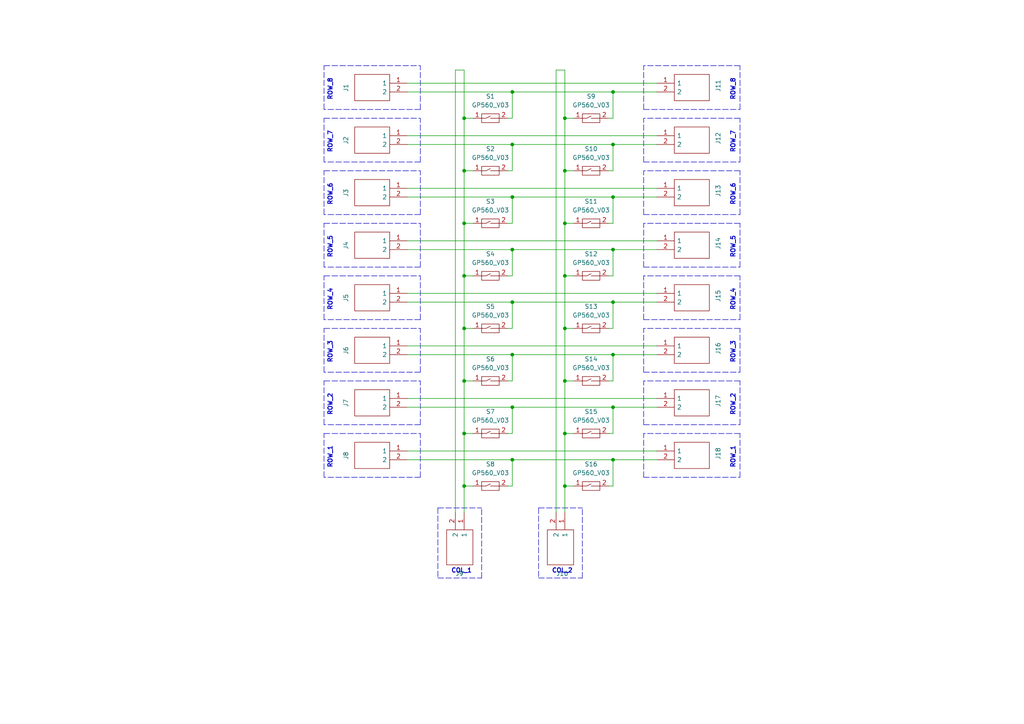
<source format=kicad_sch>
(kicad_sch (version 20211123) (generator eeschema)
  (paper "A4")
  (title_block (title "Sensor Board 2x8: Top Level Schematic") (rev "1") (company "The Great Gambit") (comment 1 "One of four strips that can be jumped between to make a full board."))
  (lib_symbols
    (symbol "GP560_V03_1"
      (property "Reference" "S" (at 0 0 0))
      (property "Value" "GP560_V03_1" (at 0 0 0))
      (symbol "GP560_V03_1_0_1"
        (rectangle (start -2.54 5.08) (end 2.54 2.54))
        (polyline (pts (xy 0 3.81) (xy 2.54 3.81)))
        (polyline (pts (xy -2.54 3.81) (xy -1.27 3.81) (xy 0 4.445)))
      )
      (symbol "GP560_V03_1_1_1"
        (pin passive line (at -5.08 3.81 0) (length 2.54) (name "") (number "1"))
        (pin passive line (at 5.08 3.81 180) (length 2.54) (name "") (number "2"))
      )
    )
    (symbol "GP560_V03_11"
      (property "Reference" "S" (at 0 0 0))
      (property "Value" "GP560_V03_11" (at 0 0 0))
      (symbol "GP560_V03_11_0_1"
        (rectangle (start -2.54 5.08) (end 2.54 2.54))
        (polyline (pts (xy 0 3.81) (xy 2.54 3.81)))
        (polyline (pts (xy -2.54 3.81) (xy -1.27 3.81) (xy 0 4.445)))
      )
      (symbol "GP560_V03_11_1_1"
        (pin passive line (at -5.08 3.81 0) (length 2.54) (name "") (number "1"))
        (pin passive line (at 5.08 3.81 180) (length 2.54) (name "") (number "2"))
      )
    )
    (symbol "GP560_V03_19"
      (property "Reference" "S" (at 0 0 0))
      (property "Value" "GP560_V03_19" (at 0 0 0))
      (symbol "GP560_V03_19_0_1"
        (rectangle (start -2.54 5.08) (end 2.54 2.54))
        (polyline (pts (xy 0 3.81) (xy 2.54 3.81)))
        (polyline (pts (xy -2.54 3.81) (xy -1.27 3.81) (xy 0 4.445)))
      )
      (symbol "GP560_V03_19_1_1"
        (pin passive line (at -5.08 3.81 0) (length 2.54) (name "") (number "1"))
        (pin passive line (at 5.08 3.81 180) (length 2.54) (name "") (number "2"))
      )
    )
    (symbol "GP560_V03_21"
      (property "Reference" "S" (at 0 0 0))
      (property "Value" "GP560_V03_21" (at 0 0 0))
      (symbol "GP560_V03_21_0_1"
        (rectangle (start -2.54 5.08) (end 2.54 2.54))
        (polyline (pts (xy 0 3.81) (xy 2.54 3.81)))
        (polyline (pts (xy -2.54 3.81) (xy -1.27 3.81) (xy 0 4.445)))
      )
      (symbol "GP560_V03_21_1_1"
        (pin passive line (at -5.08 3.81 0) (length 2.54) (name "") (number "1"))
        (pin passive line (at 5.08 3.81 180) (length 2.54) (name "") (number "2"))
      )
    )
    (symbol "GP560_V03_22"
      (property "Reference" "S" (at 0 0 0))
      (property "Value" "GP560_V03_22" (at 0 0 0))
      (symbol "GP560_V03_22_0_1"
        (rectangle (start -2.54 5.08) (end 2.54 2.54))
        (polyline (pts (xy 0 3.81) (xy 2.54 3.81)))
        (polyline (pts (xy -2.54 3.81) (xy -1.27 3.81) (xy 0 4.445)))
      )
      (symbol "GP560_V03_22_1_1"
        (pin passive line (at -5.08 3.81 0) (length 2.54) (name "") (number "1"))
        (pin passive line (at 5.08 3.81 180) (length 2.54) (name "") (number "2"))
      )
    )
    (symbol "GP560_V03_37"
      (property "Reference" "S" (at 0 0 0))
      (property "Value" "GP560_V03_37" (at 0 0 0))
      (symbol "GP560_V03_37_0_1"
        (rectangle (start -2.54 5.08) (end 2.54 2.54))
        (polyline (pts (xy 0 3.81) (xy 2.54 3.81)))
        (polyline (pts (xy -2.54 3.81) (xy -1.27 3.81) (xy 0 4.445)))
      )
      (symbol "GP560_V03_37_1_1"
        (pin passive line (at -5.08 3.81 0) (length 2.54) (name "") (number "1"))
        (pin passive line (at 5.08 3.81 180) (length 2.54) (name "") (number "2"))
      )
    )
    (symbol "GP560_V03_4"
      (property "Reference" "S" (at 0 0 0))
      (property "Value" "GP560_V03_4" (at 0 0 0))
      (symbol "GP560_V03_4_0_1"
        (rectangle (start -2.54 5.08) (end 2.54 2.54))
        (polyline (pts (xy 0 3.81) (xy 2.54 3.81)))
        (polyline (pts (xy -2.54 3.81) (xy -1.27 3.81) (xy 0 4.445)))
      )
      (symbol "GP560_V03_4_1_1"
        (pin passive line (at -5.08 3.81 0) (length 2.54) (name "") (number "1"))
        (pin passive line (at 5.08 3.81 180) (length 2.54) (name "") (number "2"))
      )
    )
    (symbol "GP560_V03_40"
      (property "Reference" "S" (at 0 0 0))
      (property "Value" "GP560_V03_40" (at 0 0 0))
      (symbol "GP560_V03_40_0_1"
        (rectangle (start -2.54 5.08) (end 2.54 2.54))
        (polyline (pts (xy 0 3.81) (xy 2.54 3.81)))
        (polyline (pts (xy -2.54 3.81) (xy -1.27 3.81) (xy 0 4.445)))
      )
      (symbol "GP560_V03_40_1_1"
        (pin passive line (at -5.08 3.81 0) (length 2.54) (name "") (number "1"))
        (pin passive line (at 5.08 3.81 180) (length 2.54) (name "") (number "2"))
      )
    )
    (symbol "OQ0212500000G:OQ0212500000G" (pin_names (offset 0.762))
      (property "Reference" "J" (at 16.51 7.62 0))
      (property "Value" "OQ0212500000G" (at 16.51 5.08 0))
      (symbol "OQ0212500000G_0_0"
        (pin passive line (at 0 0 0) (length 5.08) (name "1") (number "1"))
        (pin passive line (at 0 -2.54 0) (length 5.08) (name "2") (number "2"))
      )
      (symbol "OQ0212500000G_0_1"
        (polyline (pts (xy 5.08 2.54) (xy 15.24 2.54) (xy 15.24 -5.08) (xy 5.08 -5.08) (xy 5.08 2.54)) (stroke (width 0.1524)))
      )
    )
  )
  (junction (at 134.62 34.29))
  (junction (at 163.83 110.49))
  (junction (at 177.8 87.63))
  (junction (at 148.59 102.87))
  (junction (at 177.8 72.39))
  (junction (at 134.62 49.53))
  (junction (at 163.83 95.25))
  (junction (at 177.8 57.15))
  (junction (at 134.62 110.49))
  (junction (at 134.62 80.01))
  (junction (at 163.83 125.73))
  (junction (at 134.62 125.73))
  (junction (at 134.62 64.77))
  (junction (at 148.59 26.67))
  (junction (at 148.59 133.35))
  (junction (at 148.59 87.63))
  (junction (at 177.8 118.11))
  (junction (at 148.59 41.91))
  (junction (at 177.8 26.67))
  (junction (at 163.83 49.53))
  (junction (at 148.59 118.11))
  (junction (at 163.83 140.97))
  (junction (at 148.59 57.15))
  (junction (at 177.8 133.35))
  (junction (at 148.59 72.39))
  (junction (at 163.83 80.01))
  (junction (at 177.8 41.91))
  (junction (at 163.83 34.29))
  (junction (at 177.8 102.87))
  (junction (at 134.62 140.97))
  (junction (at 163.83 64.77))
  (junction (at 134.62 95.25))
  (polyline (pts (xy 186.69 62.23) (xy 186.69 49.53)))
  (wire (pts (xy 177.8 95.25) (xy 176.53 95.25)))
  (polyline (pts (xy 93.98 31.75) (xy 93.98 19.05)))
  (polyline (pts (xy 186.69 92.71) (xy 186.69 80.01)))
  (wire (pts (xy 134.62 95.25) (xy 134.62 110.49)))
  (polyline (pts (xy 186.69 62.23) (xy 214.63 62.23)))
  (polyline (pts (xy 127 147.32) (xy 127 167.64)))
  (wire (pts (xy 118.11 26.67) (xy 148.59 26.67)))
  (wire (pts (xy 148.59 26.67) (xy 177.8 26.67)))
  (wire (pts (xy 118.11 69.85) (xy 190.5 69.85)))
  (wire (pts (xy 163.83 125.73) (xy 163.83 140.97)))
  (polyline (pts (xy 139.7 167.64) (xy 139.7 147.32)))
  (wire (pts (xy 177.8 26.67) (xy 190.5 26.67)))
  (polyline (pts (xy 214.63 46.99) (xy 214.63 34.29)))
  (polyline (pts (xy 121.92 138.43) (xy 93.98 138.43)))
  (wire (pts (xy 132.08 20.32) (xy 134.62 20.32)))
  (wire (pts (xy 177.8 26.67) (xy 177.8 34.29)))
  (wire (pts (xy 134.62 64.77) (xy 134.62 80.01)))
  (wire (pts (xy 132.08 20.32) (xy 132.08 148.59)))
  (polyline (pts (xy 121.92 107.95) (xy 93.98 107.95)))
  (polyline (pts (xy 214.63 49.53) (xy 186.69 49.53)))
  (polyline (pts (xy 121.92 31.75) (xy 93.98 31.75)))
  (polyline (pts (xy 186.69 138.43) (xy 186.69 125.73)))
  (wire (pts (xy 163.83 34.29) (xy 163.83 49.53)))
  (polyline (pts (xy 121.92 46.99) (xy 121.92 34.29)))
  (polyline (pts (xy 214.63 123.19) (xy 214.63 110.49)))
  (wire (pts (xy 163.83 140.97) (xy 163.83 148.59)))
  (polyline (pts (xy 214.63 92.71) (xy 214.63 80.01)))
  (polyline (pts (xy 93.98 123.19) (xy 93.98 110.49)))
  (polyline (pts (xy 156.21 147.32) (xy 156.21 167.64)))
  (wire (pts (xy 177.8 34.29) (xy 176.53 34.29)))
  (wire (pts (xy 148.59 118.11) (xy 177.8 118.11)))
  (wire (pts (xy 177.8 41.91) (xy 177.8 49.53)))
  (wire (pts (xy 148.59 133.35) (xy 148.59 140.97)))
  (polyline (pts (xy 121.92 62.23) (xy 93.98 62.23)))
  (wire (pts (xy 177.8 72.39) (xy 177.8 80.01)))
  (wire (pts (xy 118.11 72.39) (xy 148.59 72.39)))
  (wire (pts (xy 148.59 49.53) (xy 147.32 49.53)))
  (wire (pts (xy 148.59 41.91) (xy 177.8 41.91)))
  (wire (pts (xy 148.59 72.39) (xy 148.59 80.01)))
  (wire (pts (xy 163.83 64.77) (xy 166.37 64.77)))
  (wire (pts (xy 148.59 80.01) (xy 147.32 80.01)))
  (wire (pts (xy 134.62 110.49) (xy 137.16 110.49)))
  (wire (pts (xy 177.8 57.15) (xy 190.5 57.15)))
  (polyline (pts (xy 121.92 77.47) (xy 121.92 64.77)))
  (polyline (pts (xy 214.63 64.77) (xy 186.69 64.77)))
  (wire (pts (xy 118.11 41.91) (xy 148.59 41.91)))
  (polyline (pts (xy 186.69 123.19) (xy 186.69 110.49)))
  (wire (pts (xy 163.83 110.49) (xy 163.83 125.73)))
  (wire (pts (xy 148.59 102.87) (xy 148.59 110.49)))
  (polyline (pts (xy 214.63 138.43) (xy 214.63 125.73)))
  (wire (pts (xy 177.8 72.39) (xy 190.5 72.39)))
  (wire (pts (xy 163.83 80.01) (xy 163.83 95.25)))
  (polyline (pts (xy 156.21 147.32) (xy 168.91 147.32)))
  (polyline (pts (xy 127 167.64) (xy 139.7 167.64)))
  (wire (pts (xy 118.11 57.15) (xy 148.59 57.15)))
  (wire (pts (xy 148.59 133.35) (xy 177.8 133.35)))
  (wire (pts (xy 134.62 64.77) (xy 137.16 64.77)))
  (wire (pts (xy 134.62 80.01) (xy 137.16 80.01)))
  (polyline (pts (xy 121.92 31.75) (xy 121.92 19.05)))
  (wire (pts (xy 134.62 49.53) (xy 134.62 64.77)))
  (wire (pts (xy 177.8 49.53) (xy 176.53 49.53)))
  (polyline (pts (xy 93.98 138.43) (xy 93.98 125.73)))
  (wire (pts (xy 177.8 87.63) (xy 177.8 95.25)))
  (polyline (pts (xy 186.69 31.75) (xy 186.69 19.05)))
  (wire (pts (xy 148.59 87.63) (xy 148.59 95.25)))
  (wire (pts (xy 163.83 95.25) (xy 163.83 110.49)))
  (wire (pts (xy 118.11 39.37) (xy 190.5 39.37)))
  (polyline (pts (xy 121.92 77.47) (xy 93.98 77.47)))
  (polyline (pts (xy 186.69 123.19) (xy 214.63 123.19)))
  (wire (pts (xy 177.8 41.91) (xy 190.5 41.91)))
  (wire (pts (xy 161.29 20.32) (xy 163.83 20.32)))
  (wire (pts (xy 134.62 95.25) (xy 137.16 95.25)))
  (wire (pts (xy 134.62 49.53) (xy 137.16 49.53)))
  (polyline (pts (xy 93.98 49.53) (xy 121.92 49.53)))
  (polyline (pts (xy 93.98 110.49) (xy 121.92 110.49)))
  (wire (pts (xy 118.11 85.09) (xy 190.5 85.09)))
  (wire (pts (xy 118.11 100.33) (xy 190.5 100.33)))
  (wire (pts (xy 118.11 130.81) (xy 190.5 130.81)))
  (wire (pts (xy 177.8 140.97) (xy 176.53 140.97)))
  (polyline (pts (xy 93.98 95.25) (xy 121.92 95.25)))
  (wire (pts (xy 177.8 64.77) (xy 176.53 64.77)))
  (polyline (pts (xy 186.69 77.47) (xy 214.63 77.47)))
  (wire (pts (xy 177.8 57.15) (xy 177.8 64.77)))
  (wire (pts (xy 177.8 102.87) (xy 190.5 102.87)))
  (wire (pts (xy 177.8 133.35) (xy 177.8 140.97)))
  (polyline (pts (xy 214.63 77.47) (xy 214.63 64.77)))
  (polyline (pts (xy 214.63 107.95) (xy 214.63 95.25)))
  (wire (pts (xy 148.59 57.15) (xy 148.59 64.77)))
  (wire (pts (xy 148.59 57.15) (xy 177.8 57.15)))
  (wire (pts (xy 177.8 87.63) (xy 190.5 87.63)))
  (polyline (pts (xy 93.98 125.73) (xy 121.92 125.73)))
  (polyline (pts (xy 214.63 80.01) (xy 186.69 80.01)))
  (wire (pts (xy 163.83 80.01) (xy 166.37 80.01)))
  (wire (pts (xy 177.8 118.11) (xy 190.5 118.11)))
  (polyline (pts (xy 214.63 19.05) (xy 186.69 19.05)))
  (wire (pts (xy 148.59 110.49) (xy 147.32 110.49)))
  (wire (pts (xy 177.8 80.01) (xy 176.53 80.01)))
  (polyline (pts (xy 121.92 62.23) (xy 121.92 49.53)))
  (polyline (pts (xy 121.92 107.95) (xy 121.92 95.25)))
  (polyline (pts (xy 93.98 107.95) (xy 93.98 95.25)))
  (polyline (pts (xy 214.63 95.25) (xy 186.69 95.25)))
  (polyline (pts (xy 186.69 77.47) (xy 186.69 64.77)))
  (wire (pts (xy 134.62 125.73) (xy 134.62 140.97)))
  (polyline (pts (xy 121.92 138.43) (xy 121.92 125.73)))
  (wire (pts (xy 177.8 102.87) (xy 177.8 110.49)))
  (wire (pts (xy 177.8 118.11) (xy 177.8 125.73)))
  (polyline (pts (xy 121.92 123.19) (xy 93.98 123.19)))
  (polyline (pts (xy 93.98 46.99) (xy 93.98 34.29)))
  (polyline (pts (xy 93.98 62.23) (xy 93.98 49.53)))
  (polyline (pts (xy 93.98 34.29) (xy 121.92 34.29)))
  (wire (pts (xy 118.11 118.11) (xy 148.59 118.11)))
  (polyline (pts (xy 121.92 46.99) (xy 93.98 46.99)))
  (wire (pts (xy 148.59 72.39) (xy 177.8 72.39)))
  (polyline (pts (xy 186.69 107.95) (xy 186.69 95.25)))
  (polyline (pts (xy 186.69 46.99) (xy 214.63 46.99)))
  (wire (pts (xy 134.62 125.73) (xy 137.16 125.73)))
  (polyline (pts (xy 168.91 167.64) (xy 168.91 147.32)))
  (polyline (pts (xy 214.63 62.23) (xy 214.63 49.53)))
  (polyline (pts (xy 214.63 31.75) (xy 214.63 19.05)))
  (wire (pts (xy 163.83 110.49) (xy 166.37 110.49)))
  (wire (pts (xy 148.59 102.87) (xy 177.8 102.87)))
  (wire (pts (xy 134.62 20.32) (xy 134.62 34.29)))
  (polyline (pts (xy 93.98 19.05) (xy 121.92 19.05)))
  (polyline (pts (xy 186.69 92.71) (xy 214.63 92.71)))
  (wire (pts (xy 148.59 140.97) (xy 147.32 140.97)))
  (polyline (pts (xy 186.69 138.43) (xy 214.63 138.43)))
  (wire (pts (xy 166.37 140.97) (xy 163.83 140.97)))
  (polyline (pts (xy 186.69 107.95) (xy 214.63 107.95)))
  (polyline (pts (xy 93.98 64.77) (xy 121.92 64.77)))
  (polyline (pts (xy 121.92 92.71) (xy 93.98 92.71)))
  (wire (pts (xy 134.62 110.49) (xy 134.62 125.73)))
  (wire (pts (xy 148.59 41.91) (xy 148.59 49.53)))
  (wire (pts (xy 163.83 95.25) (xy 166.37 95.25)))
  (wire (pts (xy 118.11 102.87) (xy 148.59 102.87)))
  (wire (pts (xy 118.11 87.63) (xy 148.59 87.63)))
  (wire (pts (xy 177.8 133.35) (xy 190.5 133.35)))
  (wire (pts (xy 148.59 95.25) (xy 147.32 95.25)))
  (wire (pts (xy 177.8 125.73) (xy 176.53 125.73)))
  (wire (pts (xy 118.11 133.35) (xy 148.59 133.35)))
  (wire (pts (xy 134.62 140.97) (xy 134.62 148.59)))
  (wire (pts (xy 148.59 34.29) (xy 147.32 34.29)))
  (polyline (pts (xy 214.63 110.49) (xy 186.69 110.49)))
  (wire (pts (xy 137.16 140.97) (xy 134.62 140.97)))
  (wire (pts (xy 163.83 49.53) (xy 166.37 49.53)))
  (wire (pts (xy 118.11 115.57) (xy 190.5 115.57)))
  (wire (pts (xy 148.59 118.11) (xy 148.59 125.73)))
  (wire (pts (xy 163.83 34.29) (xy 166.37 34.29)))
  (wire (pts (xy 148.59 125.73) (xy 147.32 125.73)))
  (polyline (pts (xy 93.98 92.71) (xy 93.98 80.01)))
  (polyline (pts (xy 214.63 125.73) (xy 186.69 125.73)))
  (polyline (pts (xy 93.98 80.01) (xy 121.92 80.01)))
  (wire (pts (xy 163.83 20.32) (xy 163.83 34.29)))
  (wire (pts (xy 161.29 148.59) (xy 161.29 20.32)))
  (polyline (pts (xy 156.21 167.64) (xy 168.91 167.64)))
  (wire (pts (xy 177.8 110.49) (xy 176.53 110.49)))
  (wire (pts (xy 148.59 87.63) (xy 177.8 87.63)))
  (polyline (pts (xy 93.98 77.47) (xy 93.98 64.77)))
  (wire (pts (xy 118.11 54.61) (xy 190.5 54.61)))
  (wire (pts (xy 163.83 125.73) (xy 166.37 125.73)))
  (polyline (pts (xy 127 147.32) (xy 139.7 147.32)))
  (wire (pts (xy 148.59 26.67) (xy 148.59 34.29)))
  (wire (pts (xy 134.62 34.29) (xy 137.16 34.29)))
  (wire (pts (xy 148.59 64.77) (xy 147.32 64.77)))
  (wire (pts (xy 163.83 64.77) (xy 163.83 80.01)))
  (polyline (pts (xy 186.69 46.99) (xy 186.69 34.29)))
  (wire (pts (xy 134.62 80.01) (xy 134.62 95.25)))
  (wire (pts (xy 118.11 24.13) (xy 190.5 24.13)))
  (polyline (pts (xy 214.63 34.29) (xy 186.69 34.29)))
  (wire (pts (xy 163.83 49.53) (xy 163.83 64.77)))
  (polyline (pts (xy 186.69 31.75) (xy 214.63 31.75)))
  (wire (pts (xy 134.62 34.29) (xy 134.62 49.53)))
  (polyline (pts (xy 121.92 123.19) (xy 121.92 110.49)))
  (polyline (pts (xy 121.92 92.71) (xy 121.92 80.01)))
  (text "COL_2" (at 160.02 166.37 0) (effects (font (size 1.27 1.27) (thickness 0.254) bold) (justify left bottom)))
  (text "ROW_4" (at 96.52 90.17 90) (effects (font (size 1.27 1.27) (thickness 0.254) bold) (justify left bottom)))
  (text "ROW_8" (at 213.36 29.21 90) (effects (font (size 1.27 1.27) (thickness 0.254) bold) (justify left bottom)))
  (text "ROW_3" (at 96.52 105.41 90) (effects (font (size 1.27 1.27) (thickness 0.254) bold) (justify left bottom)))
  (text "COL_1" (at 130.81 166.37 0) (effects (font (size 1.27 1.27) (thickness 0.254) bold) (justify left bottom)))
  (text "ROW_7" (at 213.36 44.45 90) (effects (font (size 1.27 1.27) (thickness 0.254) bold) (justify left bottom)))
  (text "ROW_1" (at 213.36 135.89 90) (effects (font (size 1.27 1.27) (thickness 0.254) bold) (justify left bottom)))
  (text "ROW_8" (at 96.52 29.21 90) (effects (font (size 1.27 1.27) (thickness 0.254) bold) (justify left bottom)))
  (text "ROW_6" (at 96.52 59.69 90) (effects (font (size 1.27 1.27) (thickness 0.254) bold) (justify left bottom)))
  (text "ROW_5" (at 96.52 74.93 90) (effects (font (size 1.27 1.27) (thickness 0.254) bold) (justify left bottom)))
  (text "ROW_6" (at 213.36 59.69 90) (effects (font (size 1.27 1.27) (thickness 0.254) bold) (justify left bottom)))
  (text "ROW_7" (at 96.52 44.45 90) (effects (font (size 1.27 1.27) (thickness 0.254) bold) (justify left bottom)))
  (text "ROW_2" (at 96.52 120.65 90) (effects (font (size 1.27 1.27) (thickness 0.254) bold) (justify left bottom)))
  (text "ROW_2" (at 213.36 120.65 90) (effects (font (size 1.27 1.27) (thickness 0.254) bold) (justify left bottom)))
  (text "ROW_5" (at 213.36 74.93 90) (effects (font (size 1.27 1.27) (thickness 0.254) bold) (justify left bottom)))
  (text "ROW_1" (at 96.52 135.89 90) (effects (font (size 1.27 1.27) (thickness 0.254) bold) (justify left bottom)))
  (text "ROW_4" (at 213.36 90.17 90) (effects (font (size 1.27 1.27) (thickness 0.254) bold) (justify left bottom)))
  (text "ROW_3" (at 213.36 105.41 90) (effects (font (size 1.27 1.27) (thickness 0.254) bold) (justify left bottom)))
  (symbol (lib_name "GP560_V03_4") (lib_id "GP560_V03:GP560_V03") (at 142.24 144.78 0) (unit 1)
    (property "Reference" "S8" (at 142.24 134.62 0))
    (property "Value" "GP560_V03" (at 142.24 137.16 0))
    (property "Footprint" "GP560_V03:GP560_V03" (effects hide))
    (property "Datasheet" "http://4a30d8fd18dae1bf393d-df49f4cedb726ad03ad145d2e3d346bd.r41.cf5.rackcdn.com/datasheets/21/2110521520e.pdf" (effects hide))
    (property "Manufacturer's Part Number" "SW GP560/15-20 AT" (effects hide))
    (property "Digikey Part Number" "374-1336-ND" (effects hide))
    (property "Mouser Part Number" " Not Assigned" (effects hide))
    (property "Digikey Link" "https://www.digikey.com/en/products/detail/standex-meder-electronics/SW-GP560-15-20-AT/3979781" (effects hide))
    (property "Mouser Link" "https://www.mouser.com/ProductDetail/MEDER-electronic-Standex/SW-GP560-15-20-AT?qs=d0WKAl%252BL4Kadyp5DQju8bA%3D%3D" (effects hide))
  )
  (symbol (lib_name "GP560_V03_21") (lib_id "GP560_V03:GP560_V03") (at 171.45 83.82 0) (unit 1)
    (property "Reference" "S12" (at 171.45 73.66 0))
    (property "Value" "GP560_V03" (at 171.45 76.2 0))
    (property "Footprint" "GP560_V03:GP560_V03" (effects hide))
    (property "Datasheet" "http://4a30d8fd18dae1bf393d-df49f4cedb726ad03ad145d2e3d346bd.r41.cf5.rackcdn.com/datasheets/21/2110521520e.pdf" (effects hide))
    (property "Manufacturer's Part Number" "SW GP560/15-20 AT" (effects hide))
    (property "Digikey Part Number" "374-1336-ND" (effects hide))
    (property "Mouser Part Number" " Not Assigned" (effects hide))
    (property "Digikey Link" "https://www.digikey.com/en/products/detail/standex-meder-electronics/SW-GP560-15-20-AT/3979781" (effects hide))
    (property "Mouser Link" "https://www.mouser.com/ProductDetail/MEDER-electronic-Standex/SW-GP560-15-20-AT?qs=d0WKAl%252BL4Kadyp5DQju8bA%3D%3D" (effects hide))
  )
  (symbol (lib_id "OQ0212500000G:OQ0212500000G") (at 118.11 69.85 0) (mirror y) (unit 1)
    (property "Reference" "J4" (at 100.33 72.39 90) (effects (justify left)))
    (property "Value" "OQ0212500000G" (effects hide))
    (property "Footprint" "OQ0212500000G:OQ0212500000G" (effects hide))
    (property "Datasheet" "https://datasheet.datasheetarchive.com/originals/distributors/DKDS-9/178262.pdf" (effects hide))
    (property "Manufacturer's Part Number" "OQ0212500000G" (effects hide))
    (property "Digikey Part Number" "609-4981-ND" (effects hide))
    (property "Mouser Part Number" "649-220107-C021A01LF" (effects hide))
    (property "Digikey Link" "https://www.digikey.com/en/products/detail/amphenol-anytek/OQ0212500000G/4242016" (effects hide))
    (property "Mouser Link" "https://www.mouser.com/ProductDetail/Amphenol-Anytek/OQ0212500000G?qs=Mv7BduZupUhn3/Ke8nJdbQ%3D%3D" (effects hide))
  )
  (symbol (lib_id "OQ0212500000G:OQ0212500000G") (at 190.5 69.85 0) (unit 1)
    (property "Reference" "J14" (at 208.28 72.39 90) (effects (justify left)))
    (property "Value" "OQ0212500000G" (effects hide))
    (property "Footprint" "OQ0212500000G:OQ0212500000G" (effects hide))
    (property "Datasheet" "https://datasheet.datasheetarchive.com/originals/distributors/DKDS-9/178262.pdf" (effects hide))
    (property "Manufacturer's Part Number" "OQ0212500000G" (effects hide))
    (property "Digikey Part Number" "609-4981-ND" (effects hide))
    (property "Mouser Part Number" "649-220107-C021A01LF" (effects hide))
    (property "Digikey Link" "https://www.digikey.com/en/products/detail/amphenol-anytek/OQ0212500000G/4242016" (effects hide))
    (property "Mouser Link" "https://www.mouser.com/ProductDetail/Amphenol-Anytek/OQ0212500000G?qs=Mv7BduZupUhn3/Ke8nJdbQ%3D%3D" (effects hide))
  )
  (symbol (lib_id "OQ0212500000G:OQ0212500000G") (at 190.5 54.61 0) (unit 1)
    (property "Reference" "J13" (at 208.28 57.15 90) (effects (justify left)))
    (property "Value" "OQ0212500000G" (effects hide))
    (property "Footprint" "OQ0212500000G:OQ0212500000G" (effects hide))
    (property "Datasheet" "https://datasheet.datasheetarchive.com/originals/distributors/DKDS-9/178262.pdf" (effects hide))
    (property "Manufacturer's Part Number" "OQ0212500000G" (effects hide))
    (property "Digikey Part Number" "609-4981-ND" (effects hide))
    (property "Mouser Part Number" "649-220107-C021A01LF" (effects hide))
    (property "Digikey Link" "https://www.digikey.com/en/products/detail/amphenol-anytek/OQ0212500000G/4242016" (effects hide))
    (property "Mouser Link" "https://www.mouser.com/ProductDetail/Amphenol-Anytek/OQ0212500000G?qs=Mv7BduZupUhn3/Ke8nJdbQ%3D%3D" (effects hide))
  )
  (symbol (lib_name "GP560_V03_19") (lib_id "GP560_V03:GP560_V03") (at 171.45 99.06 0) (unit 1)
    (property "Reference" "S13" (at 171.45 88.9 0))
    (property "Value" "GP560_V03" (at 171.45 91.44 0))
    (property "Footprint" "GP560_V03:GP560_V03" (effects hide))
    (property "Datasheet" "http://4a30d8fd18dae1bf393d-df49f4cedb726ad03ad145d2e3d346bd.r41.cf5.rackcdn.com/datasheets/21/2110521520e.pdf" (effects hide))
    (property "Manufacturer's Part Number" "SW GP560/15-20 AT" (effects hide))
    (property "Digikey Part Number" "374-1336-ND" (effects hide))
    (property "Mouser Part Number" " Not Assigned" (effects hide))
    (property "Digikey Link" "https://www.digikey.com/en/products/detail/standex-meder-electronics/SW-GP560-15-20-AT/3979781" (effects hide))
    (property "Mouser Link" "https://www.mouser.com/ProductDetail/MEDER-electronic-Standex/SW-GP560-15-20-AT?qs=d0WKAl%252BL4Kadyp5DQju8bA%3D%3D" (effects hide))
  )
  (symbol (lib_id "OQ0212500000G:OQ0212500000G") (at 190.5 130.81 0) (unit 1)
    (property "Reference" "J18" (at 208.28 133.35 90) (effects (justify left)))
    (property "Value" "OQ0212500000G" (effects hide))
    (property "Footprint" "OQ0212500000G:OQ0212500000G" (effects hide))
    (property "Datasheet" "https://datasheet.datasheetarchive.com/originals/distributors/DKDS-9/178262.pdf" (effects hide))
    (property "Manufacturer's Part Number" "OQ0212500000G" (effects hide))
    (property "Digikey Part Number" "609-4981-ND" (effects hide))
    (property "Mouser Part Number" "649-220107-C021A01LF" (effects hide))
    (property "Digikey Link" "https://www.digikey.com/en/products/detail/amphenol-anytek/OQ0212500000G/4242016" (effects hide))
    (property "Mouser Link" "https://www.mouser.com/ProductDetail/Amphenol-Anytek/OQ0212500000G?qs=Mv7BduZupUhn3/Ke8nJdbQ%3D%3D" (effects hide))
  )
  (symbol (lib_name "GP560_V03_21") (lib_id "GP560_V03:GP560_V03") (at 142.24 83.82 0) (unit 1)
    (property "Reference" "S4" (at 142.24 73.66 0))
    (property "Value" "GP560_V03" (at 142.24 76.2 0))
    (property "Footprint" "GP560_V03:GP560_V03" (effects hide))
    (property "Datasheet" "http://4a30d8fd18dae1bf393d-df49f4cedb726ad03ad145d2e3d346bd.r41.cf5.rackcdn.com/datasheets/21/2110521520e.pdf" (effects hide))
    (property "Manufacturer's Part Number" "SW GP560/15-20 AT" (effects hide))
    (property "Digikey Part Number" "374-1336-ND" (effects hide))
    (property "Mouser Part Number" " Not Assigned" (effects hide))
    (property "Digikey Link" "https://www.digikey.com/en/products/detail/standex-meder-electronics/SW-GP560-15-20-AT/3979781" (effects hide))
    (property "Mouser Link" "https://www.mouser.com/ProductDetail/MEDER-electronic-Standex/SW-GP560-15-20-AT?qs=d0WKAl%252BL4Kadyp5DQju8bA%3D%3D" (effects hide))
  )
  (symbol (lib_id "OQ0212500000G:OQ0212500000G") (at 134.62 148.59 270) (unit 1)
    (property "Reference" "J9" (at 132.08 166.37 90) (effects (justify left)))
    (property "Value" "OQ0212500000G" (effects hide))
    (property "Footprint" "OQ0212500000G:OQ0212500000G" (effects hide))
    (property "Datasheet" "https://datasheet.datasheetarchive.com/originals/distributors/DKDS-9/178262.pdf" (effects hide))
    (property "Manufacturer's Part Number" "OQ0212500000G" (effects hide))
    (property "Digikey Part Number" "609-4981-ND" (effects hide))
    (property "Mouser Part Number" "649-220107-C021A01LF" (effects hide))
    (property "Digikey Link" "https://www.digikey.com/en/products/detail/amphenol-anytek/OQ0212500000G/4242016" (effects hide))
    (property "Mouser Link" "https://www.mouser.com/ProductDetail/Amphenol-Anytek/OQ0212500000G?qs=Mv7BduZupUhn3/Ke8nJdbQ%3D%3D" (effects hide))
  )
  (symbol (lib_id "OQ0212500000G:OQ0212500000G") (at 118.11 85.09 0) (mirror y) (unit 1)
    (property "Reference" "J5" (at 100.33 87.63 90) (effects (justify left)))
    (property "Value" "OQ0212500000G" (effects hide))
    (property "Footprint" "OQ0212500000G:OQ0212500000G" (effects hide))
    (property "Datasheet" "https://datasheet.datasheetarchive.com/originals/distributors/DKDS-9/178262.pdf" (effects hide))
    (property "Manufacturer's Part Number" "OQ0212500000G" (effects hide))
    (property "Digikey Part Number" "609-4981-ND" (effects hide))
    (property "Mouser Part Number" "649-220107-C021A01LF" (effects hide))
    (property "Digikey Link" "https://www.digikey.com/en/products/detail/amphenol-anytek/OQ0212500000G/4242016" (effects hide))
    (property "Mouser Link" "https://www.mouser.com/ProductDetail/Amphenol-Anytek/OQ0212500000G?qs=Mv7BduZupUhn3/Ke8nJdbQ%3D%3D" (effects hide))
  )
  (symbol (lib_name "GP560_V03_22") (lib_id "GP560_V03:GP560_V03") (at 142.24 68.58 0) (unit 1)
    (property "Reference" "S3" (at 142.24 58.42 0))
    (property "Value" "GP560_V03" (at 142.24 60.96 0))
    (property "Footprint" "GP560_V03:GP560_V03" (effects hide))
    (property "Datasheet" "http://4a30d8fd18dae1bf393d-df49f4cedb726ad03ad145d2e3d346bd.r41.cf5.rackcdn.com/datasheets/21/2110521520e.pdf" (effects hide))
    (property "Manufacturer's Part Number" "SW GP560/15-20 AT" (effects hide))
    (property "Digikey Part Number" "374-1336-ND" (effects hide))
    (property "Mouser Part Number" " Not Assigned" (effects hide))
    (property "Digikey Link" "https://www.digikey.com/en/products/detail/standex-meder-electronics/SW-GP560-15-20-AT/3979781" (effects hide))
    (property "Mouser Link" "https://www.mouser.com/ProductDetail/MEDER-electronic-Standex/SW-GP560-15-20-AT?qs=d0WKAl%252BL4Kadyp5DQju8bA%3D%3D" (effects hide))
  )
  (symbol (lib_id "OQ0212500000G:OQ0212500000G") (at 118.11 100.33 0) (mirror y) (unit 1)
    (property "Reference" "J6" (at 100.33 102.87 90) (effects (justify left)))
    (property "Value" "OQ0212500000G" (effects hide))
    (property "Footprint" "OQ0212500000G:OQ0212500000G" (effects hide))
    (property "Datasheet" "https://datasheet.datasheetarchive.com/originals/distributors/DKDS-9/178262.pdf" (effects hide))
    (property "Manufacturer's Part Number" "OQ0212500000G" (effects hide))
    (property "Digikey Part Number" "609-4981-ND" (effects hide))
    (property "Mouser Part Number" "649-220107-C021A01LF" (effects hide))
    (property "Digikey Link" "https://www.digikey.com/en/products/detail/amphenol-anytek/OQ0212500000G/4242016" (effects hide))
    (property "Mouser Link" "https://www.mouser.com/ProductDetail/Amphenol-Anytek/OQ0212500000G?qs=Mv7BduZupUhn3/Ke8nJdbQ%3D%3D" (effects hide))
  )
  (symbol (lib_name "GP560_V03_40") (lib_id "GP560_V03:GP560_V03") (at 142.24 53.34 0) (unit 1)
    (property "Reference" "S2" (at 142.24 43.18 0))
    (property "Value" "GP560_V03" (at 142.24 45.72 0))
    (property "Footprint" "GP560_V03:GP560_V03" (effects hide))
    (property "Datasheet" "http://4a30d8fd18dae1bf393d-df49f4cedb726ad03ad145d2e3d346bd.r41.cf5.rackcdn.com/datasheets/21/2110521520e.pdf" (effects hide))
    (property "Manufacturer's Part Number" "SW GP560/15-20 AT" (effects hide))
    (property "Digikey Part Number" "374-1336-ND" (effects hide))
    (property "Mouser Part Number" " Not Assigned" (effects hide))
    (property "Digikey Link" "https://www.digikey.com/en/products/detail/standex-meder-electronics/SW-GP560-15-20-AT/3979781" (effects hide))
    (property "Mouser Link" "https://www.mouser.com/ProductDetail/MEDER-electronic-Standex/SW-GP560-15-20-AT?qs=d0WKAl%252BL4Kadyp5DQju8bA%3D%3D" (effects hide))
  )
  (symbol (lib_id "OQ0212500000G:OQ0212500000G") (at 190.5 39.37 0) (unit 1)
    (property "Reference" "J12" (at 208.28 41.91 90) (effects (justify left)))
    (property "Value" "OQ0212500000G" (effects hide))
    (property "Footprint" "OQ0212500000G:OQ0212500000G" (effects hide))
    (property "Datasheet" "https://datasheet.datasheetarchive.com/originals/distributors/DKDS-9/178262.pdf" (effects hide))
    (property "Manufacturer's Part Number" "OQ0212500000G" (effects hide))
    (property "Digikey Part Number" "609-4981-ND" (effects hide))
    (property "Mouser Part Number" "649-220107-C021A01LF" (effects hide))
    (property "Digikey Link" "https://www.digikey.com/en/products/detail/amphenol-anytek/OQ0212500000G/4242016" (effects hide))
    (property "Mouser Link" "https://www.mouser.com/ProductDetail/Amphenol-Anytek/OQ0212500000G?qs=Mv7BduZupUhn3/Ke8nJdbQ%3D%3D" (effects hide))
  )
  (symbol (lib_name "GP560_V03_37") (lib_id "GP560_V03:GP560_V03") (at 171.45 38.1 0) (unit 1)
    (property "Reference" "S9" (at 171.45 27.94 0))
    (property "Value" "GP560_V03" (at 171.45 30.48 0))
    (property "Footprint" "GP560_V03:GP560_V03" (effects hide))
    (property "Datasheet" "http://4a30d8fd18dae1bf393d-df49f4cedb726ad03ad145d2e3d346bd.r41.cf5.rackcdn.com/datasheets/21/2110521520e.pdf" (effects hide))
    (property "Manufacturer's Part Number" "SW GP560/15-20 AT" (effects hide))
    (property "Digikey Part Number" "374-1336-ND" (effects hide))
    (property "Mouser Part Number" " Not Assigned" (effects hide))
    (property "Digikey Link" "https://www.digikey.com/en/products/detail/standex-meder-electronics/SW-GP560-15-20-AT/3979781" (effects hide))
    (property "Mouser Link" "https://www.mouser.com/ProductDetail/MEDER-electronic-Standex/SW-GP560-15-20-AT?qs=d0WKAl%252BL4Kadyp5DQju8bA%3D%3D" (effects hide))
  )
  (symbol (lib_id "OQ0212500000G:OQ0212500000G") (at 163.83 148.59 270) (unit 1)
    (property "Reference" "J10" (at 161.29 166.37 90) (effects (justify left)))
    (property "Value" "OQ0212500000G" (effects hide))
    (property "Footprint" "OQ0212500000G:OQ0212500000G" (effects hide))
    (property "Datasheet" "https://datasheet.datasheetarchive.com/originals/distributors/DKDS-9/178262.pdf" (effects hide))
    (property "Manufacturer's Part Number" "OQ0212500000G" (effects hide))
    (property "Digikey Part Number" "609-4981-ND" (effects hide))
    (property "Mouser Part Number" "649-220107-C021A01LF" (effects hide))
    (property "Digikey Link" "https://www.digikey.com/en/products/detail/amphenol-anytek/OQ0212500000G/4242016" (effects hide))
    (property "Mouser Link" "https://www.mouser.com/ProductDetail/Amphenol-Anytek/OQ0212500000G?qs=Mv7BduZupUhn3/Ke8nJdbQ%3D%3D" (effects hide))
  )
  (symbol (lib_id "OQ0212500000G:OQ0212500000G") (at 118.11 115.57 0) (mirror y) (unit 1)
    (property "Reference" "J7" (at 100.33 118.11 90) (effects (justify left)))
    (property "Value" "OQ0212500000G" (effects hide))
    (property "Footprint" "OQ0212500000G:OQ0212500000G" (effects hide))
    (property "Datasheet" "https://datasheet.datasheetarchive.com/originals/distributors/DKDS-9/178262.pdf" (effects hide))
    (property "Manufacturer's Part Number" "OQ0212500000G" (effects hide))
    (property "Digikey Part Number" "609-4981-ND" (effects hide))
    (property "Mouser Part Number" "649-220107-C021A01LF" (effects hide))
    (property "Digikey Link" "https://www.digikey.com/en/products/detail/amphenol-anytek/OQ0212500000G/4242016" (effects hide))
    (property "Mouser Link" "https://www.mouser.com/ProductDetail/Amphenol-Anytek/OQ0212500000G?qs=Mv7BduZupUhn3/Ke8nJdbQ%3D%3D" (effects hide))
  )
  (symbol (lib_id "OQ0212500000G:OQ0212500000G") (at 190.5 115.57 0) (unit 1)
    (property "Reference" "J17" (at 208.28 118.11 90) (effects (justify left)))
    (property "Value" "OQ0212500000G" (effects hide))
    (property "Footprint" "OQ0212500000G:OQ0212500000G" (effects hide))
    (property "Datasheet" "https://datasheet.datasheetarchive.com/originals/distributors/DKDS-9/178262.pdf" (effects hide))
    (property "Manufacturer's Part Number" "OQ0212500000G" (effects hide))
    (property "Digikey Part Number" "609-4981-ND" (effects hide))
    (property "Mouser Part Number" "649-220107-C021A01LF" (effects hide))
    (property "Digikey Link" "https://www.digikey.com/en/products/detail/amphenol-anytek/OQ0212500000G/4242016" (effects hide))
    (property "Mouser Link" "https://www.mouser.com/ProductDetail/Amphenol-Anytek/OQ0212500000G?qs=Mv7BduZupUhn3/Ke8nJdbQ%3D%3D" (effects hide))
  )
  (symbol (lib_id "OQ0212500000G:OQ0212500000G") (at 190.5 85.09 0) (unit 1)
    (property "Reference" "J15" (at 208.28 87.63 90) (effects (justify left)))
    (property "Value" "OQ0212500000G" (effects hide))
    (property "Footprint" "OQ0212500000G:OQ0212500000G" (effects hide))
    (property "Datasheet" "https://datasheet.datasheetarchive.com/originals/distributors/DKDS-9/178262.pdf" (effects hide))
    (property "Manufacturer's Part Number" "OQ0212500000G" (effects hide))
    (property "Digikey Part Number" "609-4981-ND" (effects hide))
    (property "Mouser Part Number" "649-220107-C021A01LF" (effects hide))
    (property "Digikey Link" "https://www.digikey.com/en/products/detail/amphenol-anytek/OQ0212500000G/4242016" (effects hide))
    (property "Mouser Link" "https://www.mouser.com/ProductDetail/Amphenol-Anytek/OQ0212500000G?qs=Mv7BduZupUhn3/Ke8nJdbQ%3D%3D" (effects hide))
  )
  (symbol (lib_id "OQ0212500000G:OQ0212500000G") (at 190.5 100.33 0) (unit 1)
    (property "Reference" "J16" (at 208.28 102.87 90) (effects (justify left)))
    (property "Value" "OQ0212500000G" (effects hide))
    (property "Footprint" "OQ0212500000G:OQ0212500000G" (effects hide))
    (property "Datasheet" "https://datasheet.datasheetarchive.com/originals/distributors/DKDS-9/178262.pdf" (effects hide))
    (property "Manufacturer's Part Number" "OQ0212500000G" (effects hide))
    (property "Digikey Part Number" "609-4981-ND" (effects hide))
    (property "Mouser Part Number" "649-220107-C021A01LF" (effects hide))
    (property "Digikey Link" "https://www.digikey.com/en/products/detail/amphenol-anytek/OQ0212500000G/4242016" (effects hide))
    (property "Mouser Link" "https://www.mouser.com/ProductDetail/Amphenol-Anytek/OQ0212500000G?qs=Mv7BduZupUhn3/Ke8nJdbQ%3D%3D" (effects hide))
  )
  (symbol (lib_name "GP560_V03_11") (lib_id "GP560_V03:GP560_V03") (at 142.24 114.3 0) (unit 1)
    (property "Reference" "S6" (at 142.24 104.14 0))
    (property "Value" "GP560_V03" (at 142.24 106.68 0))
    (property "Footprint" "GP560_V03:GP560_V03" (effects hide))
    (property "Datasheet" "http://4a30d8fd18dae1bf393d-df49f4cedb726ad03ad145d2e3d346bd.r41.cf5.rackcdn.com/datasheets/21/2110521520e.pdf" (effects hide))
    (property "Manufacturer's Part Number" "SW GP560/15-20 AT" (effects hide))
    (property "Digikey Part Number" "374-1336-ND" (effects hide))
    (property "Mouser Part Number" " Not Assigned" (effects hide))
    (property "Digikey Link" "https://www.digikey.com/en/products/detail/standex-meder-electronics/SW-GP560-15-20-AT/3979781" (effects hide))
    (property "Mouser Link" "https://www.mouser.com/ProductDetail/MEDER-electronic-Standex/SW-GP560-15-20-AT?qs=d0WKAl%252BL4Kadyp5DQju8bA%3D%3D" (effects hide))
  )
  (symbol (lib_id "OQ0212500000G:OQ0212500000G") (at 118.11 39.37 0) (mirror y) (unit 1)
    (property "Reference" "J2" (at 100.33 41.91 90) (effects (justify left)))
    (property "Value" "OQ0212500000G" (effects hide))
    (property "Footprint" "OQ0212500000G:OQ0212500000G" (effects hide))
    (property "Datasheet" "https://datasheet.datasheetarchive.com/originals/distributors/DKDS-9/178262.pdf" (effects hide))
    (property "Manufacturer's Part Number" "OQ0212500000G" (effects hide))
    (property "Digikey Part Number" "609-4981-ND" (effects hide))
    (property "Mouser Part Number" "649-220107-C021A01LF" (effects hide))
    (property "Digikey Link" "https://www.digikey.com/en/products/detail/amphenol-anytek/OQ0212500000G/4242016" (effects hide))
    (property "Mouser Link" "https://www.mouser.com/ProductDetail/Amphenol-Anytek/OQ0212500000G?qs=Mv7BduZupUhn3/Ke8nJdbQ%3D%3D" (effects hide))
  )
  (symbol (lib_name "GP560_V03_1") (lib_id "GP560_V03:GP560_V03") (at 171.45 129.54 0) (unit 1)
    (property "Reference" "S15" (at 171.45 119.38 0))
    (property "Value" "GP560_V03" (at 171.45 121.92 0))
    (property "Footprint" "GP560_V03:GP560_V03" (effects hide))
    (property "Datasheet" "http://4a30d8fd18dae1bf393d-df49f4cedb726ad03ad145d2e3d346bd.r41.cf5.rackcdn.com/datasheets/21/2110521520e.pdf" (effects hide))
    (property "Manufacturer's Part Number" "SW GP560/15-20 AT" (effects hide))
    (property "Digikey Part Number" "374-1336-ND" (effects hide))
    (property "Mouser Part Number" " Not Assigned" (effects hide))
    (property "Digikey Link" "https://www.digikey.com/en/products/detail/standex-meder-electronics/SW-GP560-15-20-AT/3979781" (effects hide))
    (property "Mouser Link" "https://www.mouser.com/ProductDetail/MEDER-electronic-Standex/SW-GP560-15-20-AT?qs=d0WKAl%252BL4Kadyp5DQju8bA%3D%3D" (effects hide))
  )
  (symbol (lib_name "GP560_V03_37") (lib_id "GP560_V03:GP560_V03") (at 142.24 38.1 0) (unit 1)
    (property "Reference" "S1" (at 142.24 27.94 0))
    (property "Value" "GP560_V03" (at 142.24 30.48 0))
    (property "Footprint" "GP560_V03:GP560_V03" (effects hide))
    (property "Datasheet" "http://4a30d8fd18dae1bf393d-df49f4cedb726ad03ad145d2e3d346bd.r41.cf5.rackcdn.com/datasheets/21/2110521520e.pdf" (effects hide))
    (property "Manufacturer's Part Number" "SW GP560/15-20 AT" (effects hide))
    (property "Digikey Part Number" "374-1336-ND" (effects hide))
    (property "Mouser Part Number" " Not Assigned" (effects hide))
    (property "Digikey Link" "https://www.digikey.com/en/products/detail/standex-meder-electronics/SW-GP560-15-20-AT/3979781" (effects hide))
    (property "Mouser Link" "https://www.mouser.com/ProductDetail/MEDER-electronic-Standex/SW-GP560-15-20-AT?qs=d0WKAl%252BL4Kadyp5DQju8bA%3D%3D" (effects hide))
  )
  (symbol (lib_id "OQ0212500000G:OQ0212500000G") (at 190.5 24.13 0) (unit 1)
    (property "Reference" "J11" (at 208.28 26.67 90) (effects (justify left)))
    (property "Value" "OQ0212500000G" (effects hide))
    (property "Footprint" "OQ0212500000G:OQ0212500000G" (effects hide))
    (property "Datasheet" "https://datasheet.datasheetarchive.com/originals/distributors/DKDS-9/178262.pdf" (effects hide))
    (property "Manufacturer's Part Number" "OQ0212500000G" (effects hide))
    (property "Digikey Part Number" "609-4981-ND" (effects hide))
    (property "Mouser Part Number" "649-220107-C021A01LF" (effects hide))
    (property "Digikey Link" "https://www.digikey.com/en/products/detail/amphenol-anytek/OQ0212500000G/4242016" (effects hide))
    (property "Mouser Link" "https://www.mouser.com/ProductDetail/Amphenol-Anytek/OQ0212500000G?qs=Mv7BduZupUhn3/Ke8nJdbQ%3D%3D" (effects hide))
  )
  (symbol (lib_name "GP560_V03_19") (lib_id "GP560_V03:GP560_V03") (at 142.24 99.06 0) (unit 1)
    (property "Reference" "S5" (at 142.24 88.9 0))
    (property "Value" "GP560_V03" (at 142.24 91.44 0))
    (property "Footprint" "GP560_V03:GP560_V03" (effects hide))
    (property "Datasheet" "http://4a30d8fd18dae1bf393d-df49f4cedb726ad03ad145d2e3d346bd.r41.cf5.rackcdn.com/datasheets/21/2110521520e.pdf" (effects hide))
    (property "Manufacturer's Part Number" "SW GP560/15-20 AT" (effects hide))
    (property "Digikey Part Number" "374-1336-ND" (effects hide))
    (property "Mouser Part Number" " Not Assigned" (effects hide))
    (property "Digikey Link" "https://www.digikey.com/en/products/detail/standex-meder-electronics/SW-GP560-15-20-AT/3979781" (effects hide))
    (property "Mouser Link" "https://www.mouser.com/ProductDetail/MEDER-electronic-Standex/SW-GP560-15-20-AT?qs=d0WKAl%252BL4Kadyp5DQju8bA%3D%3D" (effects hide))
  )
  (symbol (lib_name "GP560_V03_4") (lib_id "GP560_V03:GP560_V03") (at 171.45 144.78 0) (unit 1)
    (property "Reference" "S16" (at 171.45 134.62 0))
    (property "Value" "GP560_V03" (at 171.45 137.16 0))
    (property "Footprint" "GP560_V03:GP560_V03" (effects hide))
    (property "Datasheet" "http://4a30d8fd18dae1bf393d-df49f4cedb726ad03ad145d2e3d346bd.r41.cf5.rackcdn.com/datasheets/21/2110521520e.pdf" (effects hide))
    (property "Manufacturer's Part Number" "SW GP560/15-20 AT" (effects hide))
    (property "Digikey Part Number" "374-1336-ND" (effects hide))
    (property "Mouser Part Number" " Not Assigned" (effects hide))
    (property "Digikey Link" "https://www.digikey.com/en/products/detail/standex-meder-electronics/SW-GP560-15-20-AT/3979781" (effects hide))
    (property "Mouser Link" "https://www.mouser.com/ProductDetail/MEDER-electronic-Standex/SW-GP560-15-20-AT?qs=d0WKAl%252BL4Kadyp5DQju8bA%3D%3D" (effects hide))
  )
  (symbol (lib_name "GP560_V03_11") (lib_id "GP560_V03:GP560_V03") (at 171.45 114.3 0) (unit 1)
    (property "Reference" "S14" (at 171.45 104.14 0))
    (property "Value" "GP560_V03" (at 171.45 106.68 0))
    (property "Footprint" "GP560_V03:GP560_V03" (effects hide))
    (property "Datasheet" "http://4a30d8fd18dae1bf393d-df49f4cedb726ad03ad145d2e3d346bd.r41.cf5.rackcdn.com/datasheets/21/2110521520e.pdf" (effects hide))
    (property "Manufacturer's Part Number" "SW GP560/15-20 AT" (effects hide))
    (property "Digikey Part Number" "374-1336-ND" (effects hide))
    (property "Mouser Part Number" " Not Assigned" (effects hide))
    (property "Digikey Link" "https://www.digikey.com/en/products/detail/standex-meder-electronics/SW-GP560-15-20-AT/3979781" (effects hide))
    (property "Mouser Link" "https://www.mouser.com/ProductDetail/MEDER-electronic-Standex/SW-GP560-15-20-AT?qs=d0WKAl%252BL4Kadyp5DQju8bA%3D%3D" (effects hide))
  )
  (symbol (lib_name "GP560_V03_40") (lib_id "GP560_V03:GP560_V03") (at 171.45 53.34 0) (unit 1)
    (property "Reference" "S10" (at 171.45 43.18 0))
    (property "Value" "GP560_V03" (at 171.45 45.72 0))
    (property "Footprint" "GP560_V03:GP560_V03" (effects hide))
    (property "Datasheet" "http://4a30d8fd18dae1bf393d-df49f4cedb726ad03ad145d2e3d346bd.r41.cf5.rackcdn.com/datasheets/21/2110521520e.pdf" (effects hide))
    (property "Manufacturer's Part Number" "SW GP560/15-20 AT" (effects hide))
    (property "Digikey Part Number" "374-1336-ND" (effects hide))
    (property "Mouser Part Number" " Not Assigned" (effects hide))
    (property "Digikey Link" "https://www.digikey.com/en/products/detail/standex-meder-electronics/SW-GP560-15-20-AT/3979781" (effects hide))
    (property "Mouser Link" "https://www.mouser.com/ProductDetail/MEDER-electronic-Standex/SW-GP560-15-20-AT?qs=d0WKAl%252BL4Kadyp5DQju8bA%3D%3D" (effects hide))
  )
  (symbol (lib_id "OQ0212500000G:OQ0212500000G") (at 118.11 24.13 0) (mirror y) (unit 1)
    (property "Reference" "J1" (at 100.33 26.67 90) (effects (justify left)))
    (property "Value" "OQ0212500000G" (effects hide))
    (property "Footprint" "OQ0212500000G:OQ0212500000G" (effects hide))
    (property "Datasheet" "https://datasheet.datasheetarchive.com/originals/distributors/DKDS-9/178262.pdf" (effects hide))
    (property "Manufacturer's Part Number" "OQ0212500000G" (effects hide))
    (property "Digikey Part Number" "609-4981-ND" (effects hide))
    (property "Mouser Part Number" "649-220107-C021A01LF" (effects hide))
    (property "Digikey Link" "https://www.digikey.com/en/products/detail/amphenol-anytek/OQ0212500000G/4242016" (effects hide))
    (property "Mouser Link" "https://www.mouser.com/ProductDetail/Amphenol-Anytek/OQ0212500000G?qs=Mv7BduZupUhn3/Ke8nJdbQ%3D%3D" (effects hide))
  )
  (symbol (lib_name "GP560_V03_22") (lib_id "GP560_V03:GP560_V03") (at 171.45 68.58 0) (unit 1)
    (property "Reference" "S11" (at 171.45 58.42 0))
    (property "Value" "GP560_V03" (at 171.45 60.96 0))
    (property "Footprint" "GP560_V03:GP560_V03" (effects hide))
    (property "Datasheet" "http://4a30d8fd18dae1bf393d-df49f4cedb726ad03ad145d2e3d346bd.r41.cf5.rackcdn.com/datasheets/21/2110521520e.pdf" (effects hide))
    (property "Manufacturer's Part Number" "SW GP560/15-20 AT" (effects hide))
    (property "Digikey Part Number" "374-1336-ND" (effects hide))
    (property "Mouser Part Number" " Not Assigned" (effects hide))
    (property "Digikey Link" "https://www.digikey.com/en/products/detail/standex-meder-electronics/SW-GP560-15-20-AT/3979781" (effects hide))
    (property "Mouser Link" "https://www.mouser.com/ProductDetail/MEDER-electronic-Standex/SW-GP560-15-20-AT?qs=d0WKAl%252BL4Kadyp5DQju8bA%3D%3D" (effects hide))
  )
  (symbol (lib_id "OQ0212500000G:OQ0212500000G") (at 118.11 54.61 0) (mirror y) (unit 1)
    (property "Reference" "J3" (at 100.33 57.15 90) (effects (justify left)))
    (property "Value" "OQ0212500000G" (effects hide))
    (property "Footprint" "OQ0212500000G:OQ0212500000G" (effects hide))
    (property "Datasheet" "https://datasheet.datasheetarchive.com/originals/distributors/DKDS-9/178262.pdf" (effects hide))
    (property "Manufacturer's Part Number" "OQ0212500000G" (effects hide))
    (property "Digikey Part Number" "609-4981-ND" (effects hide))
    (property "Mouser Part Number" "649-220107-C021A01LF" (effects hide))
    (property "Digikey Link" "https://www.digikey.com/en/products/detail/amphenol-anytek/OQ0212500000G/4242016" (effects hide))
    (property "Mouser Link" "https://www.mouser.com/ProductDetail/Amphenol-Anytek/OQ0212500000G?qs=Mv7BduZupUhn3/Ke8nJdbQ%3D%3D" (effects hide))
  )
  (symbol (lib_name "GP560_V03_1") (lib_id "GP560_V03:GP560_V03") (at 142.24 129.54 0) (unit 1)
    (property "Reference" "S7" (at 142.24 119.38 0))
    (property "Value" "GP560_V03" (at 142.24 121.92 0))
    (property "Footprint" "GP560_V03:GP560_V03" (effects hide))
    (property "Datasheet" "http://4a30d8fd18dae1bf393d-df49f4cedb726ad03ad145d2e3d346bd.r41.cf5.rackcdn.com/datasheets/21/2110521520e.pdf" (effects hide))
    (property "Manufacturer's Part Number" "SW GP560/15-20 AT" (effects hide))
    (property "Digikey Part Number" "374-1336-ND" (effects hide))
    (property "Mouser Part Number" " Not Assigned" (effects hide))
    (property "Digikey Link" "https://www.digikey.com/en/products/detail/standex-meder-electronics/SW-GP560-15-20-AT/3979781" (effects hide))
    (property "Mouser Link" "https://www.mouser.com/ProductDetail/MEDER-electronic-Standex/SW-GP560-15-20-AT?qs=d0WKAl%252BL4Kadyp5DQju8bA%3D%3D" (effects hide))
  )
  (symbol (lib_id "OQ0212500000G:OQ0212500000G") (at 118.11 130.81 0) (mirror y) (unit 1)
    (property "Reference" "J8" (at 100.33 133.35 90) (effects (justify left)))
    (property "Value" "OQ0212500000G" (effects hide))
    (property "Footprint" "OQ0212500000G:OQ0212500000G" (effects hide))
    (property "Datasheet" "https://datasheet.datasheetarchive.com/originals/distributors/DKDS-9/178262.pdf" (effects hide))
    (property "Manufacturer's Part Number" "OQ0212500000G" (effects hide))
    (property "Digikey Part Number" "609-4981-ND" (effects hide))
    (property "Mouser Part Number" "649-220107-C021A01LF" (effects hide))
    (property "Digikey Link" "https://www.digikey.com/en/products/detail/amphenol-anytek/OQ0212500000G/4242016" (effects hide))
    (property "Mouser Link" "https://www.mouser.com/ProductDetail/Amphenol-Anytek/OQ0212500000G?qs=Mv7BduZupUhn3/Ke8nJdbQ%3D%3D" (effects hide))
  )
)
</source>
